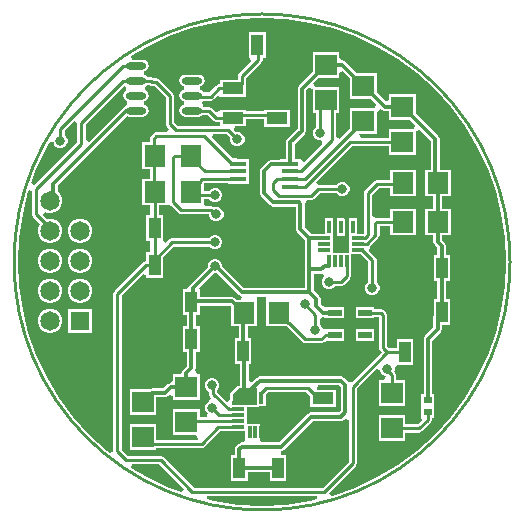
<source format=gtl>
G04*
G04 #@! TF.GenerationSoftware,Altium Limited,Altium Designer,23.4.1 (23)*
G04*
G04 Layer_Physical_Order=1*
G04 Layer_Color=255*
%FSLAX44Y44*%
%MOMM*%
G71*
G04*
G04 #@! TF.SameCoordinates,64D97932-1E9C-4803-83F2-7C732265FDC7*
G04*
G04*
G04 #@! TF.FilePolarity,Positive*
G04*
G01*
G75*
%ADD10C,0.2540*%
%ADD13C,0.2000*%
%ADD17R,0.7000X0.6000*%
%ADD18R,1.8400X1.8000*%
%ADD19R,0.3000X1.0000*%
%ADD20R,1.0000X0.3000*%
%ADD21R,1.8000X1.0000*%
%ADD22O,1.7500X0.6000*%
%ADD23R,1.8000X1.8400*%
%ADD24R,1.1500X0.6000*%
%ADD25R,1.4000X0.4500*%
%ADD26R,1.0000X1.8000*%
%ADD27R,0.3000X1.1000*%
%ADD28R,1.1000X0.3000*%
%ADD44C,0.3000*%
%ADD45C,1.6500*%
%ADD46R,1.6500X1.6500*%
%ADD47C,0.8000*%
G36*
X115847Y374687D02*
X118350Y373651D01*
X120454D01*
X129811Y364294D01*
Y341630D01*
X130847Y339127D01*
X132193Y337781D01*
X131045Y335009D01*
X121920D01*
X119417Y333973D01*
X117117Y331673D01*
X116081Y329170D01*
Y326261D01*
X109890D01*
Y303861D01*
X116081D01*
Y295453D01*
X110020D01*
Y273053D01*
X116851D01*
Y265000D01*
X113390D01*
Y243000D01*
X116851D01*
Y233849D01*
X113390D01*
Y225789D01*
X113030D01*
X110527Y224753D01*
X86397Y200623D01*
X85361Y198120D01*
Y65109D01*
X84381Y64244D01*
X82704Y63344D01*
X80154Y65235D01*
X65126Y78856D01*
X51505Y93884D01*
X39423Y110175D01*
X28995Y127572D01*
X20324Y145907D01*
X13491Y165004D01*
X8562Y184679D01*
X5586Y204742D01*
X4591Y225000D01*
X5586Y245258D01*
X8562Y265321D01*
X13491Y284996D01*
X13691Y285555D01*
X16691Y285034D01*
Y265520D01*
X17727Y263017D01*
X23269Y257475D01*
X23061Y257266D01*
X21500Y253499D01*
Y249421D01*
X23061Y245654D01*
X25944Y242771D01*
X29711Y241210D01*
X33789D01*
X37556Y242771D01*
X40440Y245654D01*
X42000Y249421D01*
Y253499D01*
X40440Y257266D01*
X37556Y260149D01*
X33789Y261710D01*
X29711D01*
X29241Y261515D01*
X25753Y265002D01*
X27453Y267546D01*
X29711Y266610D01*
X33789D01*
X37556Y268171D01*
X40440Y271054D01*
X42000Y274821D01*
Y278899D01*
X40440Y282666D01*
X38122Y284984D01*
Y289304D01*
X97110Y348292D01*
X98770Y347962D01*
X110270D01*
X112221Y348350D01*
X113875Y349455D01*
X114980Y351109D01*
X115368Y353060D01*
X114980Y355011D01*
X113875Y356665D01*
X112221Y357770D01*
X111664Y357881D01*
Y360939D01*
X112221Y361050D01*
X113875Y362155D01*
X114980Y363809D01*
X115368Y365760D01*
X114980Y367711D01*
X113875Y369365D01*
X112553Y370248D01*
X112341Y372103D01*
X112443Y373484D01*
X114171Y374830D01*
X115847Y374687D01*
D02*
G37*
G36*
X312481Y353951D02*
X315160Y352842D01*
X319000D01*
Y345630D01*
X335842D01*
X340842Y340630D01*
X339600Y337630D01*
X319000D01*
Y330169D01*
X295012D01*
X293409Y333169D01*
X293570Y333410D01*
X308380D01*
Y351926D01*
X311246Y354134D01*
X312481Y353951D01*
D02*
G37*
G36*
X285980Y380052D02*
Y363410D01*
X303022D01*
X308022Y358410D01*
X306780Y355410D01*
X285980D01*
Y338415D01*
X277049Y329485D01*
X274049Y330728D01*
Y351190D01*
X276630D01*
Y373190D01*
X256030D01*
X254788Y376190D01*
X259788Y381190D01*
X276630D01*
Y385160D01*
X279630Y386403D01*
X285980Y380052D01*
D02*
G37*
G36*
X96020Y373269D02*
X96184Y372696D01*
X96016Y369933D01*
X95165Y369365D01*
X94060Y367711D01*
X93672Y365760D01*
X94060Y363809D01*
X95165Y362155D01*
X96819Y361050D01*
X97376Y360939D01*
Y357881D01*
X96819Y357770D01*
X95165Y356665D01*
X94506Y355678D01*
X93267Y355165D01*
X93267Y355165D01*
X64959Y326857D01*
X61959Y328100D01*
Y341434D01*
X94525Y373999D01*
X96020Y373269D01*
D02*
G37*
G36*
X54629Y343050D02*
X54881Y342812D01*
Y326586D01*
X18564Y290269D01*
X15966Y291914D01*
X20324Y304093D01*
X28995Y322428D01*
X31640Y326840D01*
X33642Y326591D01*
X34752Y326196D01*
X35553Y324261D01*
X37241Y322573D01*
X39446Y321660D01*
X41834D01*
X44039Y322573D01*
X45727Y324261D01*
X46640Y326466D01*
Y328853D01*
X45727Y331059D01*
X44179Y332606D01*
Y336354D01*
X52275Y344450D01*
X54629Y343050D01*
D02*
G37*
G36*
X254230Y371390D02*
Y351190D01*
X256811D01*
Y338956D01*
X255263Y337409D01*
X254350Y335204D01*
Y332817D01*
X255263Y330611D01*
X256951Y328923D01*
X259156Y328010D01*
X260963D01*
X262070Y326371D01*
X262433Y325238D01*
X247132Y309937D01*
X244360Y311084D01*
Y312450D01*
X239148D01*
Y324676D01*
X247789Y333316D01*
X247789Y333316D01*
X248898Y335995D01*
Y370301D01*
X251230Y372632D01*
X254230Y371390D01*
D02*
G37*
G36*
X191631Y196711D02*
Y196711D01*
X194310Y195602D01*
X193394Y192810D01*
X190178D01*
X188539Y194449D01*
X185860Y195558D01*
X185860Y195558D01*
X158390D01*
Y202142D01*
X158390D01*
X158079Y202893D01*
X170808Y215622D01*
X172644D01*
X172698Y215644D01*
X191631Y196711D01*
D02*
G37*
G36*
X207010Y104140D02*
X186690D01*
Y113030D01*
X191770Y118110D01*
X207010D01*
Y104140D01*
D02*
G37*
G36*
X278152Y119081D02*
Y99359D01*
X276561Y97768D01*
X252730D01*
X252730Y97768D01*
X250051Y96659D01*
Y96659D01*
X225761Y72368D01*
X211684D01*
X209240Y73710D01*
Y87710D01*
X198200D01*
Y91750D01*
Y101975D01*
X207010D01*
X208541Y102609D01*
X208616Y102790D01*
X214240D01*
Y107155D01*
X214279Y107250D01*
Y112754D01*
X214630Y113104D01*
X216096Y114571D01*
X248794D01*
X251890Y111475D01*
Y102480D01*
X273890D01*
Y116480D01*
X258432D01*
X257544Y117672D01*
X259050Y120672D01*
X276561D01*
X278152Y119081D01*
D02*
G37*
G36*
X231528Y430684D02*
X251591Y427708D01*
X271266Y422779D01*
X290363Y415947D01*
X308698Y407275D01*
X326095Y396847D01*
X342386Y384765D01*
X357414Y371144D01*
X371035Y356116D01*
X383117Y339825D01*
X393545Y322428D01*
X402216Y304093D01*
X409049Y284996D01*
X413978Y265321D01*
X416954Y245258D01*
X417949Y225000D01*
X416954Y204742D01*
X413978Y184679D01*
X409049Y165004D01*
X402216Y145907D01*
X393545Y127572D01*
X383117Y110175D01*
X371035Y93884D01*
X357414Y78856D01*
X342386Y65235D01*
X326095Y53153D01*
X308698Y42725D01*
X290363Y34054D01*
X271266Y27221D01*
X269775Y26847D01*
X268241Y29556D01*
X290793Y52107D01*
X291829Y54610D01*
Y117914D01*
X308500Y134585D01*
X311500Y133427D01*
X312413Y131221D01*
X314101Y129533D01*
X316306Y128620D01*
X316515Y128060D01*
X314429Y125060D01*
X310110D01*
Y103060D01*
X332510D01*
Y125060D01*
X324849D01*
Y129333D01*
X323813Y131835D01*
X323125Y132522D01*
X323500Y133427D01*
Y135337D01*
X324606Y136555D01*
X326042Y137517D01*
X339480D01*
Y159517D01*
X325480D01*
Y152129D01*
X318966D01*
X317229Y153866D01*
Y180122D01*
X316193Y182625D01*
X314705Y184113D01*
X312202Y185149D01*
X306000D01*
Y187220D01*
X290500D01*
Y177220D01*
X306000D01*
Y178071D01*
X310151D01*
Y152400D01*
X311187Y149897D01*
X312495Y148590D01*
X287681Y123776D01*
X284619Y123329D01*
X280809Y127139D01*
X278130Y128248D01*
X278130Y128248D01*
X209550D01*
X209550Y128248D01*
X206871Y127139D01*
X202894Y123162D01*
X200123Y124310D01*
Y138860D01*
X202320D01*
Y160860D01*
X199108D01*
Y170410D01*
X206820D01*
Y192810D01*
X206820D01*
X207323Y195602D01*
X214317D01*
X214820Y192810D01*
X214820D01*
Y170410D01*
X232015D01*
X245270Y157155D01*
X247773Y156118D01*
X261500D01*
X264003Y157155D01*
X264422Y157574D01*
X265500Y158220D01*
X281000D01*
Y168220D01*
X265500D01*
Y168220D01*
X263195Y168295D01*
X262563Y168815D01*
X262495Y168943D01*
X261627Y171039D01*
X260079Y172586D01*
Y176394D01*
X263000Y178432D01*
X265500Y177220D01*
Y177220D01*
X281000D01*
Y187220D01*
X265500D01*
Y187220D01*
X262751Y187826D01*
X260903Y189674D01*
Y193505D01*
X260903Y193505D01*
X259794Y196184D01*
X255018Y200959D01*
Y214882D01*
X261310D01*
X261310Y214882D01*
X262221Y215259D01*
X263920Y212716D01*
X262883Y211679D01*
X261970Y209473D01*
Y207087D01*
X262883Y204881D01*
X264571Y203193D01*
X266777Y202280D01*
X269163D01*
X271369Y203193D01*
X272916Y204741D01*
X278130D01*
X280633Y205777D01*
X285633Y210777D01*
X286669Y213280D01*
Y228030D01*
X286630Y228125D01*
X286630Y231530D01*
X287565Y231530D01*
X290035D01*
X290130Y231491D01*
X294800D01*
X301261Y225030D01*
Y208146D01*
X299713Y206599D01*
X298800Y204394D01*
Y202006D01*
X299713Y199801D01*
X301401Y198113D01*
X303606Y197200D01*
X305993D01*
X308199Y198113D01*
X309887Y199801D01*
X310800Y202006D01*
Y204394D01*
X309887Y206599D01*
X308339Y208146D01*
Y226496D01*
X307303Y228999D01*
X302006Y234296D01*
X302515Y237699D01*
X302655Y237889D01*
X309843Y245077D01*
X310879Y247579D01*
Y255541D01*
X319230D01*
Y247763D01*
X341230D01*
Y270163D01*
X319230D01*
Y262619D01*
X308828D01*
X307529Y262082D01*
X304715Y263606D01*
X304529Y263839D01*
Y281744D01*
X310076Y287291D01*
X319230D01*
Y280464D01*
X341230D01*
Y302864D01*
X319230D01*
Y294369D01*
X308610D01*
X306107Y293333D01*
X298487Y285713D01*
X297451Y283210D01*
Y249116D01*
X297134Y248799D01*
X291630D01*
Y262070D01*
X284630D01*
Y247070D01*
X285170D01*
Y236530D01*
X285170Y232990D01*
X284235Y232990D01*
X271090D01*
Y247070D01*
X271630D01*
Y262070D01*
X264630D01*
Y248818D01*
X253109D01*
X247628Y254299D01*
Y274102D01*
X247617Y274131D01*
X249621Y277131D01*
X252730D01*
X255233Y278167D01*
X260546Y283481D01*
X274454D01*
X276001Y281933D01*
X278207Y281020D01*
X280593D01*
X282799Y281933D01*
X284487Y283621D01*
X285400Y285826D01*
Y288214D01*
X284487Y290419D01*
X282799Y292107D01*
X280593Y293020D01*
X278207D01*
X276001Y292107D01*
X274454Y290559D01*
X259080D01*
X258599Y290360D01*
X256899Y292903D01*
X287087Y323091D01*
X319000D01*
Y315630D01*
X341400D01*
Y335830D01*
X344400Y337072D01*
X354112Y327361D01*
Y302864D01*
X349230D01*
Y280464D01*
X356442D01*
Y270163D01*
X349230D01*
Y247763D01*
X356442D01*
Y241750D01*
X356442Y241750D01*
X357551Y239071D01*
X359692Y236931D01*
Y230710D01*
X356480D01*
Y208710D01*
X359692D01*
Y193360D01*
X356480D01*
Y179556D01*
X356192Y178860D01*
X356192Y178860D01*
Y169779D01*
X349111Y162699D01*
X348002Y160020D01*
X348002Y160020D01*
Y112870D01*
X346290D01*
X346290Y102870D01*
X346290Y99870D01*
Y92870D01*
X346290D01*
X346854Y91509D01*
X342944Y87599D01*
X332510D01*
Y95060D01*
X310110D01*
Y73060D01*
X332510D01*
Y80521D01*
X344410D01*
X346913Y81557D01*
X354293Y88937D01*
X355329Y91440D01*
Y92870D01*
X357290D01*
X357290Y102870D01*
X357290Y105870D01*
Y112870D01*
X355578D01*
Y158451D01*
X362659Y165531D01*
X363768Y168210D01*
X363768Y168210D01*
Y171360D01*
X370480D01*
Y193360D01*
X367268D01*
Y208710D01*
X370480D01*
Y230710D01*
X367268D01*
Y238500D01*
X367268Y238500D01*
X366159Y241179D01*
X366159D01*
X364018Y243319D01*
Y247763D01*
X371230D01*
Y270163D01*
X364018D01*
Y280464D01*
X371230D01*
Y302864D01*
X361688D01*
Y328930D01*
X360579Y331609D01*
X360579Y331609D01*
X341400Y350788D01*
Y367630D01*
X319000D01*
Y362179D01*
X316000Y361147D01*
X308380Y368768D01*
Y385410D01*
X291338D01*
X281879Y394869D01*
X279200Y395978D01*
X276630Y397328D01*
Y403190D01*
X254230D01*
Y386348D01*
X242431Y374549D01*
X241322Y371870D01*
X241322Y371870D01*
Y337564D01*
X232681Y328924D01*
X231572Y326245D01*
X231572Y326245D01*
Y312450D01*
X226360D01*
Y311548D01*
X218860D01*
X218860Y311548D01*
X216181Y310439D01*
Y310439D01*
X210681Y304939D01*
X209572Y302260D01*
X209572Y302260D01*
Y283210D01*
X209572Y283210D01*
X210681Y280531D01*
X218301Y272911D01*
X218301Y272911D01*
X220980Y271802D01*
X240052D01*
Y252730D01*
X240052Y252730D01*
X241161Y250051D01*
X247442Y243771D01*
Y218670D01*
Y203178D01*
X195879D01*
X177450Y221608D01*
Y222815D01*
X176537Y225021D01*
X174849Y226708D01*
X172644Y227622D01*
X170257D01*
X168051Y226708D01*
X166363Y225021D01*
X165450Y222815D01*
Y220979D01*
X150034Y205563D01*
X148924Y202885D01*
X146153Y202142D01*
X144390D01*
Y180142D01*
X147602D01*
Y171020D01*
X144390D01*
Y149020D01*
X147602D01*
Y136449D01*
X144641Y133489D01*
X143532Y130810D01*
X140760Y130140D01*
X136120D01*
Y125108D01*
X134380Y122928D01*
X131701Y121819D01*
Y121819D01*
X127841Y117958D01*
X118220D01*
X118220Y117958D01*
X116968Y117440D01*
X99290D01*
Y95440D01*
X121690D01*
Y110382D01*
X129410D01*
X129410Y110382D01*
X132089Y111491D01*
X133120Y112522D01*
X136120Y111280D01*
Y108140D01*
X158520D01*
Y130140D01*
X155927D01*
X154458Y133140D01*
X155178Y134880D01*
X155178Y134880D01*
Y149020D01*
X158390D01*
Y171020D01*
X155178D01*
Y180142D01*
X158390D01*
Y187982D01*
X184291D01*
X184820Y187452D01*
Y170410D01*
X191532D01*
Y160860D01*
X188320D01*
Y138860D01*
X192546D01*
Y120275D01*
X191770D01*
X190239Y119641D01*
X185159Y114561D01*
X184525Y113030D01*
Y108750D01*
X184200D01*
Y107935D01*
X181428Y106787D01*
X173494Y114721D01*
Y116749D01*
X173997Y117251D01*
X174910Y119457D01*
Y121844D01*
X173997Y124049D01*
X172309Y125737D01*
X170103Y126650D01*
X167717D01*
X165511Y125737D01*
X163823Y124049D01*
X162910Y121844D01*
Y119457D01*
X163823Y117251D01*
X165511Y115563D01*
X166415Y115189D01*
Y113255D01*
X167452Y110753D01*
X167637Y110567D01*
X167656Y109851D01*
X166759Y107203D01*
X165511Y106687D01*
X163823Y104999D01*
X162910Y102794D01*
Y100407D01*
X163823Y98201D01*
X165235Y96789D01*
X165068Y95504D01*
X164316Y93789D01*
X158520D01*
Y100140D01*
X136120D01*
Y78140D01*
X155027D01*
X156808Y75140D01*
X156546Y74659D01*
X121690D01*
Y87440D01*
X99290D01*
Y65440D01*
X121690D01*
Y67581D01*
X160100D01*
X162603Y68617D01*
X175696Y81711D01*
X193740D01*
X193835Y81750D01*
X197240D01*
Y73710D01*
X194796Y72368D01*
X194310D01*
X191631Y71259D01*
X191631Y71259D01*
X189351Y68979D01*
X188242Y66300D01*
X188242Y66300D01*
Y61800D01*
X185030D01*
Y39800D01*
X199030D01*
Y47012D01*
X217790D01*
Y39800D01*
X231790D01*
Y61800D01*
X227350D01*
X227330Y64792D01*
X227330Y64792D01*
X230009Y65901D01*
X254299Y90192D01*
X278130D01*
X278130Y90192D01*
X280809Y91301D01*
X281751Y92243D01*
X284751Y91000D01*
Y56076D01*
X262694Y34019D01*
X153866D01*
X128233Y59653D01*
X125730Y60689D01*
X97986D01*
X92439Y66236D01*
Y196654D01*
X110618Y214833D01*
X113390Y213685D01*
Y211849D01*
X127390D01*
Y228843D01*
X136566Y238019D01*
X166844D01*
X168051Y236812D01*
X170257Y235899D01*
X172644D01*
X174849Y236812D01*
X176537Y238500D01*
X177450Y240706D01*
Y243092D01*
X176537Y245298D01*
X174849Y246986D01*
X172644Y247899D01*
X170257D01*
X168051Y246986D01*
X166363Y245298D01*
X166281Y245098D01*
X135100D01*
X132597Y244062D01*
X129580Y241044D01*
X127390Y243097D01*
Y265000D01*
X123929D01*
Y273053D01*
X132020D01*
X132020Y273053D01*
X134670Y272208D01*
X140140Y266737D01*
X142643Y265701D01*
X166660D01*
X166720Y265641D01*
Y264338D01*
X167633Y262132D01*
X169321Y260445D01*
X171527Y259531D01*
X173913D01*
X176119Y260445D01*
X177807Y262132D01*
X178720Y264338D01*
Y266725D01*
X177807Y268930D01*
X176119Y270618D01*
X173913Y271531D01*
X171527D01*
X171041Y271330D01*
X170629Y271743D01*
X168126Y272779D01*
X164907D01*
X162020Y273053D01*
Y278174D01*
X166634D01*
X168182Y276626D01*
X170387Y275713D01*
X172774D01*
X174979Y276626D01*
X176667Y278314D01*
X177580Y280520D01*
Y282906D01*
X176667Y285112D01*
X174979Y286800D01*
X172774Y287713D01*
X170387D01*
X168182Y286800D01*
X166634Y285252D01*
X162020D01*
Y291332D01*
X162156Y291661D01*
X182360D01*
Y290950D01*
X200360D01*
Y297450D01*
Y303950D01*
Y312450D01*
X191031D01*
X190380Y312719D01*
X186316D01*
X168797Y330239D01*
X169945Y333011D01*
X181414D01*
X184500Y329925D01*
Y327737D01*
X185413Y325531D01*
X187101Y323843D01*
X189307Y322930D01*
X191693D01*
X193899Y323843D01*
X195587Y325531D01*
X196500Y327737D01*
Y330123D01*
X195587Y332329D01*
X193899Y334017D01*
X191693Y334930D01*
X189506D01*
X187526Y336910D01*
X188768Y339910D01*
X197690D01*
Y345711D01*
X213162D01*
Y339660D01*
X235162D01*
Y353660D01*
X213162D01*
Y352789D01*
X197690D01*
Y353910D01*
X175690D01*
Y352988D01*
X172690Y351745D01*
X168873Y355563D01*
X166370Y356599D01*
X161418D01*
X161375Y356665D01*
X161103Y356847D01*
X160639Y360343D01*
X160681Y360462D01*
X161908Y361559D01*
X168248D01*
X170751Y362595D01*
X173834Y365679D01*
X175690Y364910D01*
Y364910D01*
X197690D01*
Y374990D01*
X197959Y375640D01*
Y380664D01*
X210783Y393487D01*
X211819Y395990D01*
Y397940D01*
X214270D01*
Y419940D01*
X200270D01*
Y397940D01*
X200982D01*
X202225Y394940D01*
X191917Y384633D01*
X190881Y382130D01*
Y378910D01*
X175690D01*
Y375449D01*
X175060D01*
X172557Y374413D01*
X166782Y368637D01*
X161861D01*
X161375Y369365D01*
X159721Y370470D01*
X159164Y370581D01*
Y373639D01*
X159721Y373750D01*
X161375Y374855D01*
X162480Y376509D01*
X162868Y378460D01*
X162480Y380411D01*
X161375Y382065D01*
X159721Y383170D01*
X157770Y383558D01*
X146270D01*
X144319Y383170D01*
X142665Y382065D01*
X141560Y380411D01*
X141172Y378460D01*
X141560Y376509D01*
X142665Y374855D01*
X144319Y373750D01*
X144876Y373639D01*
Y370581D01*
X144319Y370470D01*
X142665Y369365D01*
X141560Y367711D01*
X141172Y365760D01*
X141560Y363809D01*
X142665Y362155D01*
X144319Y361050D01*
X144876Y360939D01*
Y357881D01*
X144319Y357770D01*
X142665Y356665D01*
X141560Y355011D01*
X141172Y353060D01*
X141560Y351109D01*
X142665Y349455D01*
X144319Y348350D01*
X146270Y347962D01*
X157770D01*
X159721Y348350D01*
X161375Y349455D01*
X161418Y349521D01*
X164904D01*
X170217Y344207D01*
X172720Y343171D01*
X175690D01*
Y340089D01*
X139896D01*
X136889Y343096D01*
Y365760D01*
X135853Y368263D01*
X124423Y379693D01*
X121920Y380729D01*
X119816D01*
X119583Y380963D01*
X117080Y381999D01*
X113919D01*
X113875Y382065D01*
X112221Y383170D01*
X111664Y383281D01*
Y386339D01*
X112221Y386450D01*
X113875Y387555D01*
X114980Y389209D01*
X115368Y391160D01*
X114980Y393111D01*
X113875Y394765D01*
X112221Y395870D01*
X110270Y396258D01*
X101298D01*
X100467Y399258D01*
X113842Y407275D01*
X132177Y415947D01*
X151274Y422779D01*
X170949Y427708D01*
X191012Y430684D01*
X211270Y431679D01*
X231528Y430684D01*
D02*
G37*
G36*
X145347Y32528D02*
X143702Y29930D01*
X132177Y34054D01*
X113842Y42725D01*
X100687Y50611D01*
X101517Y53611D01*
X124264D01*
X145347Y32528D01*
D02*
G37*
G36*
X258171Y23941D02*
X251591Y22292D01*
X231528Y19316D01*
X211270Y18321D01*
X191012Y19316D01*
X170949Y22292D01*
X164369Y23941D01*
X164739Y26941D01*
X257801D01*
X258171Y23941D01*
D02*
G37*
%LPC*%
G36*
X59189Y261710D02*
X55111D01*
X51344Y260149D01*
X48460Y257266D01*
X46900Y253499D01*
Y249421D01*
X48460Y245654D01*
X51344Y242771D01*
X55111Y241210D01*
X59189D01*
X62956Y242771D01*
X65840Y245654D01*
X67400Y249421D01*
Y253499D01*
X65840Y257266D01*
X62956Y260149D01*
X59189Y261710D01*
D02*
G37*
G36*
Y236310D02*
X55111D01*
X51344Y234750D01*
X48460Y231866D01*
X46900Y228099D01*
Y224021D01*
X48460Y220254D01*
X51344Y217370D01*
X55111Y215810D01*
X59189D01*
X62956Y217370D01*
X65840Y220254D01*
X67400Y224021D01*
Y228099D01*
X65840Y231866D01*
X62956Y234750D01*
X59189Y236310D01*
D02*
G37*
G36*
X33789D02*
X29711D01*
X25944Y234750D01*
X23061Y231866D01*
X21500Y228099D01*
Y224021D01*
X23061Y220254D01*
X25944Y217370D01*
X29711Y215810D01*
X33789D01*
X37556Y217370D01*
X40440Y220254D01*
X42000Y224021D01*
Y228099D01*
X40440Y231866D01*
X37556Y234750D01*
X33789Y236310D01*
D02*
G37*
G36*
X59189Y210910D02*
X55111D01*
X51344Y209349D01*
X48460Y206466D01*
X46900Y202699D01*
Y198621D01*
X48460Y194854D01*
X51344Y191971D01*
X55111Y190410D01*
X59189D01*
X62956Y191971D01*
X65840Y194854D01*
X67400Y198621D01*
Y202699D01*
X65840Y206466D01*
X62956Y209349D01*
X59189Y210910D01*
D02*
G37*
G36*
X33789D02*
X29711D01*
X25944Y209349D01*
X23061Y206466D01*
X21500Y202699D01*
Y198621D01*
X23061Y194854D01*
X25944Y191971D01*
X29711Y190410D01*
X33789D01*
X37556Y191971D01*
X40440Y194854D01*
X42000Y198621D01*
Y202699D01*
X40440Y206466D01*
X37556Y209349D01*
X33789Y210910D01*
D02*
G37*
G36*
X67400Y185510D02*
X46900D01*
Y165010D01*
X67400D01*
Y185510D01*
D02*
G37*
G36*
X33789D02*
X29711D01*
X25944Y183950D01*
X23061Y181066D01*
X21500Y177299D01*
Y173221D01*
X23061Y169454D01*
X25944Y166570D01*
X29711Y165010D01*
X33789D01*
X37556Y166570D01*
X40440Y169454D01*
X42000Y173221D01*
Y177299D01*
X40440Y181066D01*
X37556Y183950D01*
X33789Y185510D01*
D02*
G37*
G36*
X281630Y262070D02*
X274630D01*
Y247070D01*
X281630D01*
Y262070D01*
D02*
G37*
G36*
X306000Y168220D02*
X290500D01*
Y158220D01*
X306000D01*
Y168220D01*
D02*
G37*
%LPD*%
D10*
X421270Y225000D02*
G03*
X421270Y225000I-210000J0D01*
G01*
X273360Y270965D02*
X282900Y261425D01*
X273360Y270965D02*
Y272740D01*
Y252260D02*
Y270965D01*
X267970Y278130D02*
Y278130D01*
Y278130D02*
X273360Y272740D01*
X273130Y252030D02*
X273360Y252260D01*
X282900D02*
Y261425D01*
Y252260D02*
X283130Y252030D01*
X247650Y189230D02*
X256540Y180340D01*
Y167640D02*
Y180340D01*
X96520Y57150D02*
X125730D01*
X152400Y30480D01*
X226060Y280670D02*
X252730D01*
X259080Y287020D02*
X279400D01*
X252730Y280670D02*
X259080Y287020D01*
X285620Y326630D02*
X330200D01*
X235360Y288700D02*
X247691D01*
X285620Y326630D01*
X260350Y334010D02*
Y357110D01*
X265430Y362190D01*
X235360Y301700D02*
X235869Y302209D01*
X270510Y328309D02*
Y357110D01*
X235869Y302209D02*
X244409D01*
X270510Y328309D01*
X317500Y133142D02*
X321310Y129333D01*
X317500Y133142D02*
Y134620D01*
X321310Y114060D02*
Y129333D01*
X261500Y159657D02*
X265063Y163220D01*
X273250D01*
X247773Y159657D02*
X261500D01*
X233750Y173680D02*
X247773Y159657D01*
X351790Y91440D02*
Y97870D01*
X344410Y84060D02*
X351790Y91440D01*
X321310Y84060D02*
X344410D01*
X308610Y290830D02*
X329396D01*
X330230Y291664D01*
X300990Y283210D02*
X308610Y290830D01*
X300990Y247650D02*
Y283210D01*
X298600Y245260D02*
X300990Y247650D01*
X290360Y245260D02*
X298600D01*
X290130Y245030D02*
X290360Y245260D01*
X308828Y259080D02*
X330113D01*
X330230Y258963D01*
X307340Y257592D02*
X308828Y259080D01*
X307340Y247579D02*
Y257592D01*
X300021Y240260D02*
X307340Y247579D01*
X290360Y240260D02*
X300021D01*
X290259Y240159D02*
X290360Y240260D01*
X317500Y148590D02*
X332407D01*
X332480Y148517D01*
X120390Y254000D02*
Y283623D01*
X58420Y325120D02*
Y342900D01*
X93980Y378460D02*
X117080D01*
X58420Y342900D02*
X93980Y378460D01*
X20230Y286930D02*
X58420Y325120D01*
X40640Y337820D02*
X93980Y391160D01*
X40640Y327660D02*
Y337820D01*
X93980Y391160D02*
X104520D01*
X166370Y353060D02*
X172720Y346710D01*
X152020Y353060D02*
X166370D01*
X172720Y346710D02*
X186490D01*
X152682Y365098D02*
X168248D01*
X175060Y371910D01*
X117080Y378460D02*
X118350Y377190D01*
X121920D01*
X182880Y336550D02*
X190500Y328930D01*
X138430Y336550D02*
X182880D01*
X133350Y341630D02*
X138430Y336550D01*
X133350Y341630D02*
Y365760D01*
X121920Y377190D02*
X133350Y365760D01*
X20230Y265520D02*
Y286930D01*
Y265520D02*
X31750Y254000D01*
Y251460D02*
Y254000D01*
X152020Y365760D02*
X152682Y365098D01*
X175060Y371910D02*
X190690D01*
X169955Y113255D02*
Y119605D01*
X182960Y100250D02*
X193740D01*
X169955Y113255D02*
X182960Y100250D01*
X220980Y285750D02*
Y292100D01*
Y285750D02*
X226060Y280670D01*
X151020Y284253D02*
X158750Y291983D01*
Y293712D01*
X160238Y295200D01*
X191360D01*
X168126Y269240D02*
X171835Y265531D01*
X135890Y275993D02*
X142643Y269240D01*
X168126D01*
X120390Y226250D02*
Y254000D01*
Y283623D02*
X121020Y284253D01*
X120390Y222849D02*
Y226250D01*
X113030Y222250D02*
X119791D01*
X120390Y222849D01*
X88900Y198120D02*
X113030Y222250D01*
X88900Y64770D02*
Y198120D01*
Y64770D02*
X96520Y57150D01*
X152400Y30480D02*
X264160D01*
X288290Y54610D01*
Y119380D01*
X317500Y148590D01*
X171110Y241559D02*
X171450Y241899D01*
X135100Y241559D02*
X171110D01*
X120390Y226849D02*
X135100Y241559D01*
X120390Y222849D02*
Y226849D01*
X119620Y285653D02*
X121020Y284253D01*
X190380Y309180D02*
X191360Y308200D01*
X184850Y309180D02*
X190380D01*
X162560Y331470D02*
X184850Y309180D01*
X121920Y331470D02*
X162560D01*
X119620Y329170D02*
X121920Y331470D01*
X119620Y315061D02*
Y329170D01*
Y285653D02*
Y313791D01*
X120890Y315061D01*
X119620Y285653D02*
X121020Y284253D01*
X150104Y314276D02*
X162680Y301700D01*
X191360D01*
X171835Y265531D02*
X172720D01*
X288130Y214820D02*
Y230030D01*
X289785Y206785D02*
Y213165D01*
Y206785D02*
X290830Y205740D01*
X288130Y214820D02*
X289785Y213165D01*
X296266Y235030D02*
X304800Y226496D01*
Y203200D02*
Y226496D01*
X278130Y208280D02*
X283130Y213280D01*
Y228030D01*
X189030Y349250D02*
X221572D01*
X224162Y346660D01*
X186490Y346710D02*
X189030Y349250D01*
X267970Y208280D02*
X278130D01*
X168910Y120650D02*
X169955Y119605D01*
X168910Y101600D02*
X175180Y95330D01*
X183596D01*
X208280Y395990D02*
Y410210D01*
X194420Y382130D02*
X208280Y395990D01*
X194420Y375640D02*
Y382130D01*
X190690Y371910D02*
X194420Y375640D01*
X110490Y76440D02*
X115810Y71120D01*
X160100D01*
X147320Y89140D02*
X148430Y90250D01*
X193740D01*
X160100Y71120D02*
X174150Y85170D01*
X174230Y85250D02*
X193740D01*
X296980Y344410D02*
X297180D01*
X247770Y295200D02*
X296980Y344410D01*
X235360Y295200D02*
X247770D01*
X265430Y362190D02*
X270510Y357110D01*
X258890Y109480D02*
X262890D01*
X233550Y173680D02*
X233750D01*
X225820Y181410D02*
X233550Y173680D01*
X225820Y181410D02*
Y181610D01*
X298250Y182220D02*
X298860Y181610D01*
X313690Y152400D02*
Y180122D01*
X312202Y181610D02*
X313690Y180122D01*
X298860Y181610D02*
X312202D01*
X313690Y152400D02*
X317500Y148590D01*
X135890Y313573D02*
X137378Y315061D01*
X150890D01*
X135890Y275993D02*
Y313573D01*
X250260Y118110D02*
X258890Y109480D01*
X214630Y118110D02*
X250260D01*
X210740Y114220D02*
X214630Y118110D01*
X210740Y107250D02*
Y114220D01*
X224080Y295200D02*
X235360D01*
X220980Y292100D02*
X224080Y295200D01*
X290130Y235030D02*
X296266D01*
X183596Y95250D02*
X193740D01*
X151020Y284253D02*
X153560Y281713D01*
X171580D01*
D13*
X174150Y85170D02*
X174230Y85250D01*
D17*
X351790Y97870D02*
D03*
Y107870D02*
D03*
D18*
X321310Y114060D02*
D03*
Y84060D02*
D03*
X110490Y106440D02*
D03*
Y76440D02*
D03*
X147320Y119140D02*
D03*
Y89140D02*
D03*
X297180Y344410D02*
D03*
Y374410D02*
D03*
X265430Y362190D02*
D03*
Y392190D02*
D03*
X330200Y326630D02*
D03*
Y356630D02*
D03*
D19*
X200740Y109790D02*
D03*
X205740D02*
D03*
X210740D02*
D03*
Y80710D02*
D03*
X205740D02*
D03*
X200740D02*
D03*
D20*
X220280Y105250D02*
D03*
Y90250D02*
D03*
Y85250D02*
D03*
X191200D02*
D03*
Y90250D02*
D03*
Y95250D02*
D03*
Y100250D02*
D03*
Y105250D02*
D03*
X220280Y100250D02*
D03*
Y95250D02*
D03*
D21*
X186690Y371910D02*
D03*
Y346910D02*
D03*
X262890Y78480D02*
D03*
Y109480D02*
D03*
X224162Y377660D02*
D03*
Y346660D02*
D03*
D22*
X152020Y353060D02*
D03*
Y365760D02*
D03*
Y378460D02*
D03*
Y391160D02*
D03*
X104520Y353060D02*
D03*
Y365760D02*
D03*
Y378460D02*
D03*
Y391160D02*
D03*
D23*
X330230Y258963D02*
D03*
X360230D02*
D03*
X330230Y291664D02*
D03*
X360230D02*
D03*
X225820Y181610D02*
D03*
X195820D02*
D03*
X150890Y315061D02*
D03*
X120890D02*
D03*
X151020Y284253D02*
D03*
X121020D02*
D03*
D24*
X298250Y182220D02*
D03*
Y163220D02*
D03*
X273250D02*
D03*
Y172720D02*
D03*
Y182220D02*
D03*
D25*
X235360Y308200D02*
D03*
Y301700D02*
D03*
Y295200D02*
D03*
Y288700D02*
D03*
X191360D02*
D03*
Y295200D02*
D03*
Y301700D02*
D03*
Y308200D02*
D03*
D26*
X224790Y50800D02*
D03*
X255790D02*
D03*
X192030D02*
D03*
X161030D02*
D03*
X363480Y182360D02*
D03*
X332480D02*
D03*
X363480Y219710D02*
D03*
X332480D02*
D03*
Y148517D02*
D03*
X363480D02*
D03*
X195320Y149860D02*
D03*
X226320D02*
D03*
X151390Y191142D02*
D03*
X120390D02*
D03*
Y254000D02*
D03*
X151390D02*
D03*
X176270Y408940D02*
D03*
X207270D02*
D03*
X151390Y160020D02*
D03*
X120390D02*
D03*
Y222849D02*
D03*
X151390D02*
D03*
D27*
X268130Y254570D02*
D03*
X273130D02*
D03*
X278130D02*
D03*
X283130D02*
D03*
X288130D02*
D03*
X268130Y225490D02*
D03*
X273130D02*
D03*
X278130D02*
D03*
X283130D02*
D03*
X288130D02*
D03*
D28*
X263590Y235030D02*
D03*
Y240030D02*
D03*
Y245030D02*
D03*
X292670Y240030D02*
D03*
Y245030D02*
D03*
Y235030D02*
D03*
D44*
X209550Y124460D02*
X278130D01*
X201414Y116324D02*
X209550Y124460D01*
X198636Y116324D02*
X201414D01*
X205660D01*
X268130Y221808D02*
Y225490D01*
X264448Y221808D02*
X268130D01*
X261310Y218670D02*
X264448Y221808D01*
X251230Y218670D02*
X261310D01*
X257115Y188105D02*
Y193505D01*
X263000Y182220D02*
X273250D01*
X152018Y191770D02*
X185860D01*
X251230Y199390D02*
X257115Y193505D01*
Y188105D02*
X263000Y182220D01*
X194310Y199390D02*
X251230D01*
X172078Y221622D02*
X194310Y199390D01*
X251230D02*
Y218670D01*
X359980Y178860D02*
X363480Y182360D01*
X359980Y168210D02*
Y178860D01*
X351790Y160020D02*
X359980Y168210D01*
X351790Y107870D02*
Y160020D01*
X363480Y182360D02*
Y219710D01*
X360230Y241750D02*
X363480Y238500D01*
X360230Y241750D02*
Y291664D01*
X357900Y293994D02*
Y328930D01*
Y293994D02*
X360230Y291664D01*
X338130Y348700D02*
X357900Y328930D01*
X338130Y348700D02*
Y348900D01*
X330400Y356630D02*
X338130Y348900D01*
X330200Y356630D02*
X330400D01*
X363480Y219710D02*
Y238500D01*
X103946Y352486D02*
X104520Y353060D01*
X95946Y352486D02*
X103946D01*
X34333Y290873D02*
X95946Y352486D01*
X34333Y279443D02*
Y290873D01*
X31750Y276860D02*
X34333Y279443D01*
X227330Y68580D02*
X252730Y93980D01*
X192030Y66300D02*
X194310Y68580D01*
X227330D01*
X220980Y275590D02*
X242352D01*
X213360Y283210D02*
X220980Y275590D01*
X213360Y283210D02*
Y302260D01*
X205740Y109790D02*
Y116244D01*
X205660Y116324D02*
X205740Y116244D01*
X196334Y118082D02*
X198092Y116324D01*
X196334Y118082D02*
Y148846D01*
X195320Y149860D02*
X196334Y148846D01*
X198092Y116324D02*
X198636D01*
X195320Y149860D02*
Y181110D01*
X200740Y107250D02*
Y114220D01*
X198636Y116324D02*
X200740Y114220D01*
X171450Y221622D02*
X172078D01*
X195820Y181610D02*
Y181810D01*
X185860Y191770D02*
X195820Y181810D01*
X151390Y160020D02*
Y191142D01*
X152713Y192465D01*
Y202885D01*
X171450Y221622D01*
X296980Y374410D02*
X297180D01*
X279200Y392190D02*
X296980Y374410D01*
X265430Y392190D02*
X279200D01*
X315160Y356630D02*
X330200D01*
X297380Y374410D02*
X315160Y356630D01*
X297180Y374410D02*
X297380D01*
X192030Y50800D02*
X224790D01*
X118220Y114170D02*
X129410D01*
X110490Y106440D02*
X118220Y114170D01*
X129410D02*
X134380Y119140D01*
X147320D01*
Y130810D01*
X151390Y134880D01*
Y160020D01*
X245110Y371870D02*
X257500Y384260D01*
Y384460D01*
X265230Y392190D01*
X265430D01*
X235360Y308200D02*
Y326245D01*
X245110Y335995D02*
Y371870D01*
X235360Y326245D02*
X245110Y335995D01*
X195320Y181110D02*
X195820Y181610D01*
X234920Y307760D02*
X235360Y308200D01*
X243840Y252730D02*
X251230Y245340D01*
X251540Y245030D01*
X266130D01*
X251230Y218670D02*
Y245340D01*
X192030Y50800D02*
Y66300D01*
X252730Y93980D02*
X278130D01*
X281940Y97790D01*
Y120650D01*
X278130Y124460D02*
X281940Y120650D01*
X195740Y107250D02*
X200740D01*
X193740Y105250D02*
X195740Y107250D01*
X242352Y275590D02*
X243840Y274102D01*
Y252730D02*
Y274102D01*
X213360Y302260D02*
X218860Y307760D01*
X234920D01*
D45*
X31750Y200660D02*
D03*
X57150D02*
D03*
X31750Y175260D02*
D03*
X57150Y226060D02*
D03*
X31750D02*
D03*
X57150Y251460D02*
D03*
Y276860D02*
D03*
X31750Y251460D02*
D03*
Y276860D02*
D03*
D46*
X57150Y175260D02*
D03*
D47*
X267970Y278130D02*
D03*
X279400Y287020D02*
D03*
X260350Y334010D02*
D03*
X317500Y134620D02*
D03*
X256540Y167640D02*
D03*
X247650Y189230D02*
D03*
X40640Y327660D02*
D03*
X204470Y95250D02*
D03*
X278130Y240030D02*
D03*
X181610Y250190D02*
D03*
X232410Y417830D02*
D03*
X318770Y237490D02*
D03*
X383540Y127000D02*
D03*
X241300Y104140D02*
D03*
X242570Y68580D02*
D03*
X290830Y205740D02*
D03*
X304800Y203200D02*
D03*
X190500Y328930D02*
D03*
X171580Y281713D02*
D03*
X172720Y265531D02*
D03*
X171450Y241899D02*
D03*
Y221622D02*
D03*
X267970Y208280D02*
D03*
X168910Y101600D02*
D03*
Y120650D02*
D03*
M02*

</source>
